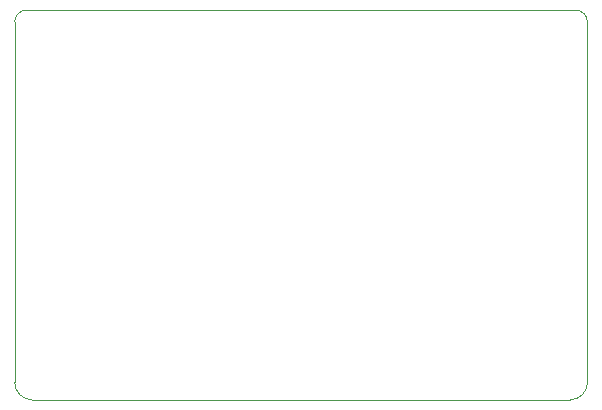
<source format=gbr>
%TF.GenerationSoftware,KiCad,Pcbnew,9.0.1*%
%TF.CreationDate,2025-04-10T12:08:20+02:00*%
%TF.ProjectId,MCU_datalogger,4d43555f-6461-4746-916c-6f676765722e,rev?*%
%TF.SameCoordinates,Original*%
%TF.FileFunction,Profile,NP*%
%FSLAX46Y46*%
G04 Gerber Fmt 4.6, Leading zero omitted, Abs format (unit mm)*
G04 Created by KiCad (PCBNEW 9.0.1) date 2025-04-10 12:08:20*
%MOMM*%
%LPD*%
G01*
G04 APERTURE LIST*
%TA.AperFunction,Profile*%
%ADD10C,0.050000*%
%TD*%
G04 APERTURE END LIST*
D10*
X125500000Y-114000000D02*
X125500000Y-83500000D01*
X172500000Y-115500000D02*
X127000000Y-115500000D01*
X174000000Y-83500000D02*
X174000000Y-114000000D01*
X126500000Y-82500000D02*
X173000000Y-82500000D01*
X125500000Y-83500000D02*
G75*
G02*
X126500000Y-82500000I1000000J0D01*
G01*
X127000000Y-115500000D02*
G75*
G02*
X125500000Y-114000000I0J1500000D01*
G01*
X174000000Y-114000000D02*
G75*
G02*
X172500000Y-115500000I-1500000J0D01*
G01*
X173000000Y-82500000D02*
G75*
G02*
X174000000Y-83500000I0J-1000000D01*
G01*
M02*

</source>
